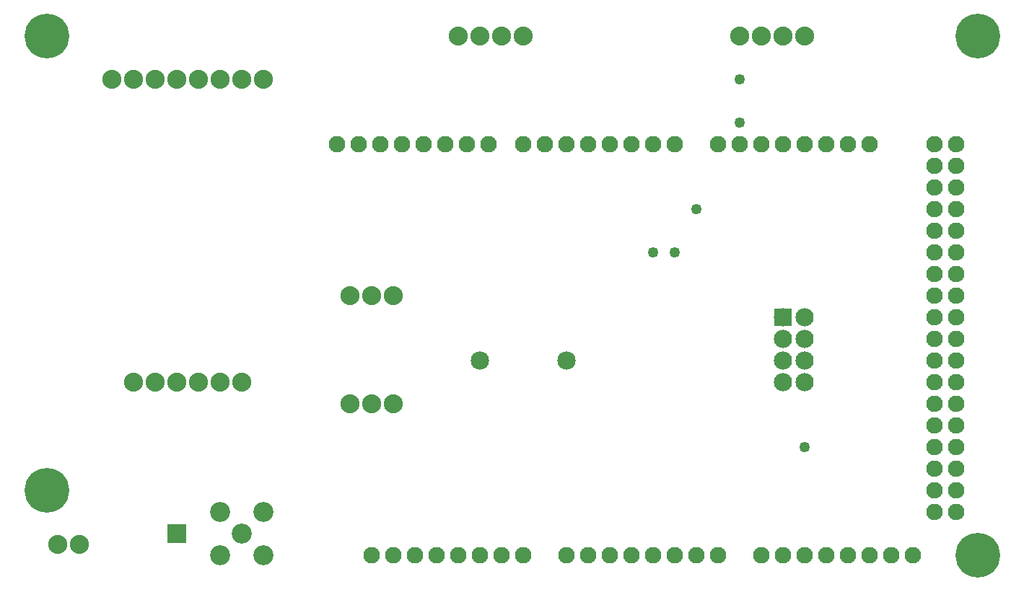
<source format=gbs>
G04 MADE WITH FRITZING*
G04 WWW.FRITZING.ORG*
G04 DOUBLE SIDED*
G04 HOLES PLATED*
G04 CONTOUR ON CENTER OF CONTOUR VECTOR*
%ASAXBY*%
%FSLAX23Y23*%
%MOIN*%
%OFA0B0*%
%SFA1.0B1.0*%
%ADD10C,0.088000*%
%ADD11C,0.076604*%
%ADD12C,0.076632*%
%ADD13C,0.075993*%
%ADD14C,0.084000*%
%ADD15C,0.092000*%
%ADD16C,0.085000*%
%ADD17C,0.049370*%
%ADD18C,0.206850*%
%ADD19R,0.084000X0.084000*%
%ADD20R,0.088000X0.088000*%
%LNMASK0*%
G90*
G70*
G54D10*
X448Y2366D03*
X548Y2366D03*
X648Y2366D03*
X748Y2366D03*
X848Y2366D03*
X948Y2366D03*
X1048Y2366D03*
X1148Y2366D03*
G54D11*
X3548Y166D03*
X3648Y166D03*
X3748Y166D03*
X3848Y166D03*
G54D12*
X2188Y2066D03*
G54D11*
X3948Y166D03*
X4048Y166D03*
X4148Y166D03*
G54D13*
X4348Y1166D03*
G54D11*
X2548Y166D03*
X2648Y166D03*
X1948Y166D03*
X2748Y166D03*
X2848Y166D03*
X2948Y166D03*
X3048Y166D03*
X3148Y166D03*
G54D13*
X4348Y1966D03*
G54D11*
X3248Y166D03*
G54D13*
X4348Y366D03*
G54D12*
X2748Y2066D03*
G54D13*
X4348Y1566D03*
X4348Y766D03*
G54D12*
X1788Y2066D03*
G54D11*
X2348Y166D03*
G54D12*
X2348Y2066D03*
G54D13*
X4348Y1766D03*
X4348Y1366D03*
X4348Y966D03*
X4348Y566D03*
G54D12*
X3948Y2066D03*
X3848Y2066D03*
X3748Y2066D03*
X1588Y2066D03*
X3648Y2066D03*
X1988Y2066D03*
X3548Y2066D03*
X3448Y2066D03*
X3348Y2066D03*
X3248Y2066D03*
G54D11*
X1748Y166D03*
X2148Y166D03*
G54D12*
X2948Y2066D03*
X2548Y2066D03*
G54D13*
X4348Y2066D03*
X4348Y1866D03*
X4348Y1666D03*
X4348Y1466D03*
X4348Y1266D03*
X4348Y1066D03*
X4348Y866D03*
X4348Y666D03*
X4348Y466D03*
G54D12*
X1488Y2066D03*
X1688Y2066D03*
X1888Y2066D03*
X2088Y2066D03*
G54D11*
X1648Y166D03*
X1848Y166D03*
X2048Y166D03*
X2248Y166D03*
G54D12*
X3048Y2066D03*
X2848Y2066D03*
X2648Y2066D03*
X2448Y2066D03*
G54D13*
X4248Y2066D03*
X4248Y1966D03*
X4248Y1866D03*
X4248Y1766D03*
X4248Y1666D03*
X4248Y1566D03*
X4248Y1466D03*
X4248Y1366D03*
X4248Y1266D03*
X4248Y1166D03*
X4248Y1066D03*
X4248Y966D03*
X4248Y866D03*
X4248Y766D03*
X4248Y666D03*
X4248Y566D03*
X4248Y466D03*
X4248Y366D03*
G54D11*
X3448Y166D03*
G54D14*
X3648Y1266D03*
X3648Y1166D03*
X3648Y1066D03*
X3648Y966D03*
X3548Y1266D03*
X3548Y1166D03*
X3548Y1066D03*
X3548Y966D03*
G54D10*
X548Y966D03*
X648Y966D03*
X748Y966D03*
X848Y966D03*
X948Y966D03*
X1048Y966D03*
X748Y266D03*
G54D15*
X948Y166D03*
X1049Y266D03*
X1148Y166D03*
X1148Y366D03*
X948Y366D03*
G54D10*
X3348Y2566D03*
X3448Y2566D03*
X3548Y2566D03*
X3648Y2566D03*
X1548Y866D03*
X1648Y866D03*
X1748Y866D03*
G54D16*
X2148Y1066D03*
X2548Y1066D03*
G54D10*
X2048Y2566D03*
X2148Y2566D03*
X2248Y2566D03*
X2348Y2566D03*
X1548Y1366D03*
X1648Y1366D03*
X1748Y1366D03*
X198Y216D03*
X198Y216D03*
X298Y216D03*
G54D17*
X3048Y1566D03*
X3148Y1766D03*
X3647Y666D03*
X2948Y1566D03*
X3348Y2166D03*
X3348Y2366D03*
G54D18*
X4448Y2566D03*
X4448Y166D03*
X148Y2566D03*
X148Y466D03*
G54D19*
X3548Y1266D03*
G54D20*
X748Y266D03*
G04 End of Mask0*
M02*
</source>
